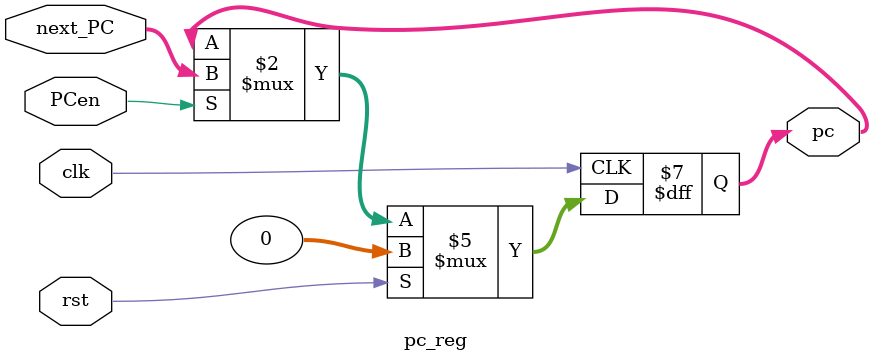
<source format=sv>
module pc_reg #(
    parameter WIDTH = 32
)(
    input   logic               clk, 
    input   logic               rst, 
    input   logic               PCen,
    input   logic [WIDTH-1:0]   next_PC,
    output  logic [WIDTH-1:0]   pc
);

always_ff @ (posedge clk)
begin
    if (rst)
        pc <= {WIDTH{1'b0}};
    else if (PCen)
        pc <= next_PC;
end

endmodule

</source>
